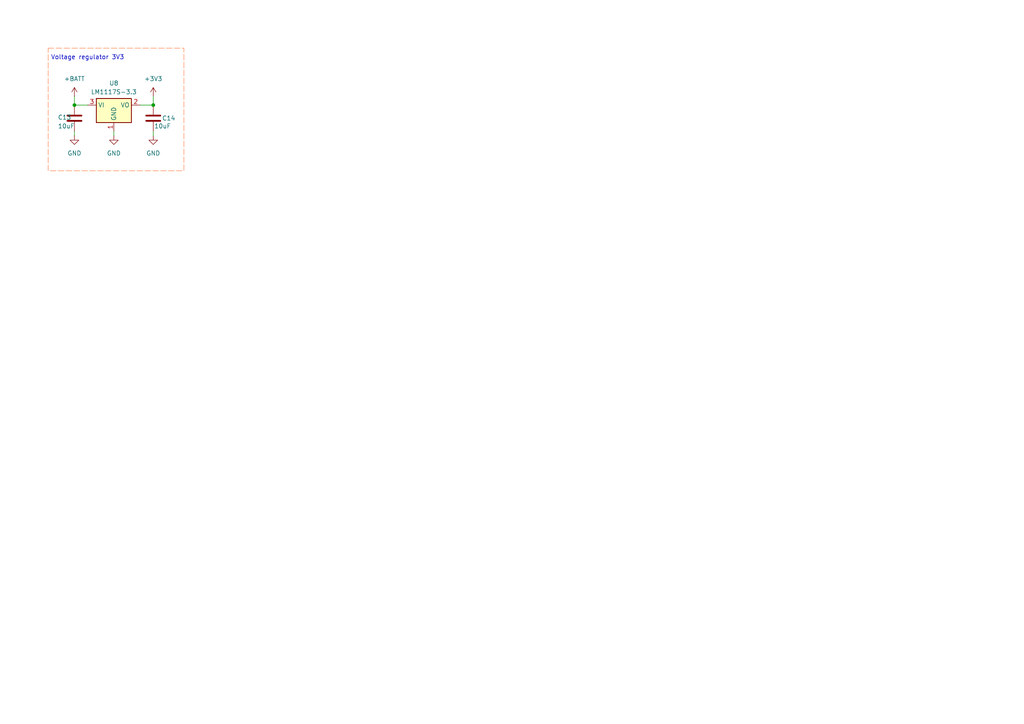
<source format=kicad_sch>
(kicad_sch (version 20231120) (generator "eeschema") (generator_version "8.0")
  (paper "A4")
  (lib_symbols
    (symbol "Device:C" (pin_numbers hide) (pin_names (offset 0.254))
      (property "Reference" "C" (at 0.635 2.54 0))
      (property "Value" "C" (at 0.635 -2.54 0))
      (symbol "C_0_1"
        (polyline (pts (xy -2.032 -0.762) (xy 2.032 -0.762)) (stroke (width 0.508)))
        (polyline (pts (xy -2.032 0.762) (xy 2.032 0.762)) (stroke (width 0.508)))
      )
      (symbol "C_1_1"
        (pin passive line (at 0 3.81 270) (length 2.794) (name "~") (number "1"))
        (pin passive line (at 0 -3.81 90) (length 2.794) (name "~") (number "2"))
      )
    )
    (symbol "Regulator_Linear:LM1117S-3.3"
      (property "Reference" "U" (at -3.81 3.175 0))
      (property "Value" "LM1117S-3.3" (at 0 3.175 0))
      (symbol "LM1117S-3.3_0_1"
        (rectangle (start -5.08 -5.08) (end 5.08 1.905) (stroke (width 0.254)) (fill (type background)))
      )
      (symbol "LM1117S-3.3_1_1"
        (pin power_in line (at 0 -7.62 90) (length 2.54) (name "GND") (number "1"))
        (pin power_out line (at 7.62 0 180) (length 2.54) (name "VO") (number "2"))
        (pin power_in line (at -7.62 0 0) (length 2.54) (name "VI") (number "3"))
      )
    )
    (symbol "power:+5V" (power) (pin_numbers hide) (pin_names (offset 0) hide)
      (property "Value" "+5V" (at 0 3.556 0))
      (symbol "+5V_0_1"
        (polyline (pts (xy -0.762 1.27) (xy 0 2.54)))
        (polyline (pts (xy 0 0) (xy 0 2.54)))
        (polyline (pts (xy 0 2.54) (xy 0.762 1.27)))
      )
      (symbol "+5V_1_1"
        (pin power_in line (at 0 0 90) (length 0) (name "~") (number "1"))
      )
    )
    (symbol "power:+BATT" (power) (pin_numbers hide) (pin_names (offset 0) hide)
      (property "Value" "+BATT" (at 0 3.556 0))
      (symbol "+BATT_0_1"
        (polyline (pts (xy -0.762 1.27) (xy 0 2.54)))
        (polyline (pts (xy 0 0) (xy 0 2.54)))
        (polyline (pts (xy 0 2.54) (xy 0.762 1.27)))
      )
      (symbol "+BATT_1_1"
        (pin power_in line (at 0 0 90) (length 0) (name "~") (number "1"))
      )
    )
    (symbol "power:GND" (power) (pin_numbers hide) (pin_names (offset 0) hide)
      (property "Value" "GND" (at 0 -3.81 0))
      (symbol "GND_0_1"
        (polyline (pts (xy 0 0) (xy 0 -1.27) (xy 1.27 -1.27) (xy 0 -2.54) (xy -1.27 -1.27) (xy 0 -1.27)))
      )
      (symbol "GND_1_1"
        (pin power_in line (at 0 0 270) (length 0) (name "~") (number "1"))
      )
    )
  )
  (junction (at 21.59 30.48))
  (junction (at 44.45 30.48))
  (wire (pts (xy 21.59 27.94) (xy 21.59 30.48)))
  (wire (pts (xy 21.59 38.1) (xy 21.59 39.37)))
  (wire (pts (xy 44.45 27.94) (xy 44.45 30.48)))
  (wire (pts (xy 44.45 38.1) (xy 44.45 39.37)))
  (wire (pts (xy 21.59 30.48) (xy 25.4 30.48)))
  (wire (pts (xy 33.02 38.1) (xy 33.02 39.37)))
  (wire (pts (xy 40.64 30.48) (xy 44.45 30.48)))
  (rectangle (start 13.97 13.97) (end 53.34 49.53) (stroke (width 0) (type dash) (color 255 133 81 1)))
  (text "Voltage regulator 3V3\n\n\n" (at 25.4 18.796 0) (effects (font (size 1.27 1.27))))
  (symbol (lib_id "Regulator_Linear:LM1117S-3.3") (at 33.02 30.48 0) (unit 1)
    (property "Reference" "U8" (at 33.02 24.13 0))
    (property "Value" "LM1117S-3.3" (at 33.02 26.67 0))
    (property "Footprint" "Package_TO_SOT_SMD:TO-263-3_TabPin2" (effects (hide yes)))
    (property "Datasheet" "http://www.ti.com/lit/ds/symlink/lm1117.pdf" (effects (hide yes)))
    (property "Description" "800mA Low-Dropout Linear Regulator, 3.3V fixed output, TO-263" (effects (hide yes)))
  )
  (symbol (lib_id "power:+BATT") (at 21.59 27.94 0) (unit 1)
    (property "Reference" "#PWR020" (effects (hide yes)))
    (property "Value" "+BATT" (at 21.59 22.86 0))
    (property "Description" "Power symbol creates a global label with name \"+BATT\"" (effects (hide yes)))
  )
  (symbol (lib_id "Device:C") (at 21.59 34.29 0) (unit 1)
    (property "Reference" "C13" (at 16.764 34.036 0) (effects (justify left)))
    (property "Value" "10uF" (at 16.764 36.576 0) (effects (justify left)))
    (property "Description" "Unpolarized capacitor" (effects (hide yes)))
  )
  (symbol (lib_id "power:GND") (at 21.59 39.37 0) (unit 1)
    (property "Reference" "#PWR021" (effects (hide yes)))
    (property "Value" "GND" (at 21.59 44.45 0))
    (property "Description" "Power symbol creates a global label with name \"GND\" , ground" (effects (hide yes)))
  )
  (symbol (lib_id "Device:C") (at 44.45 34.29 0) (unit 1)
    (property "Reference" "C14" (at 46.99 34.29 0) (effects (justify left)))
    (property "Value" "10uF" (at 44.704 36.576 0) (effects (justify left)))
    (property "Description" "Unpolarized capacitor" (effects (hide yes)))
  )
  (symbol (lib_id "power:GND") (at 44.45 39.37 0) (unit 1)
    (property "Reference" "#PWR024" (effects (hide yes)))
    (property "Value" "GND" (at 44.45 44.45 0))
    (property "Description" "Power symbol creates a global label with name \"GND\" , ground" (effects (hide yes)))
  )
  (symbol (lib_id "power:GND") (at 33.02 39.37 0) (unit 1)
    (property "Reference" "#PWR022" (effects (hide yes)))
    (property "Value" "GND" (at 33.02 44.45 0))
    (property "Description" "Power symbol creates a global label with name \"GND\" , ground" (effects (hide yes)))
  )
  (symbol (lib_id "power:+5V") (at 44.45 27.94 0) (unit 1)
    (property "Reference" "#PWR023" (effects (hide yes)))
    (property "Value" "+3V3" (at 44.45 22.86 0))
    (property "Description" "Power symbol creates a global label with name \"+5V\"" (effects (hide yes)))
  )
)
</source>
